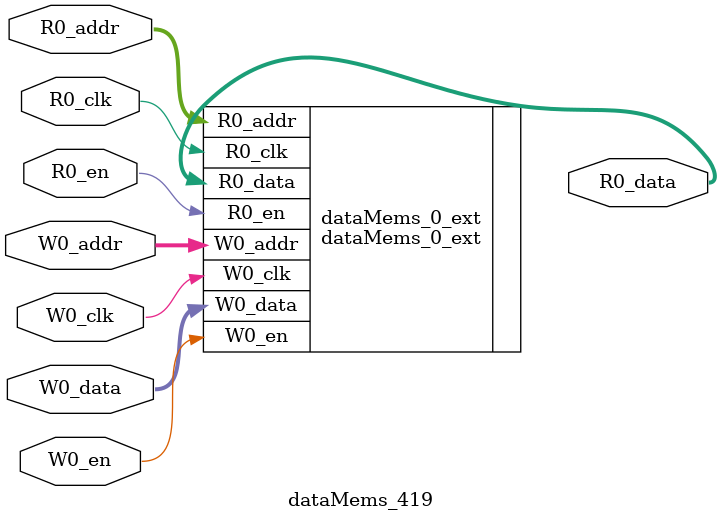
<source format=sv>
`ifndef RANDOMIZE
  `ifdef RANDOMIZE_REG_INIT
    `define RANDOMIZE
  `endif // RANDOMIZE_REG_INIT
`endif // not def RANDOMIZE
`ifndef RANDOMIZE
  `ifdef RANDOMIZE_MEM_INIT
    `define RANDOMIZE
  `endif // RANDOMIZE_MEM_INIT
`endif // not def RANDOMIZE

`ifndef RANDOM
  `define RANDOM $random
`endif // not def RANDOM

// Users can define 'PRINTF_COND' to add an extra gate to prints.
`ifndef PRINTF_COND_
  `ifdef PRINTF_COND
    `define PRINTF_COND_ (`PRINTF_COND)
  `else  // PRINTF_COND
    `define PRINTF_COND_ 1
  `endif // PRINTF_COND
`endif // not def PRINTF_COND_

// Users can define 'ASSERT_VERBOSE_COND' to add an extra gate to assert error printing.
`ifndef ASSERT_VERBOSE_COND_
  `ifdef ASSERT_VERBOSE_COND
    `define ASSERT_VERBOSE_COND_ (`ASSERT_VERBOSE_COND)
  `else  // ASSERT_VERBOSE_COND
    `define ASSERT_VERBOSE_COND_ 1
  `endif // ASSERT_VERBOSE_COND
`endif // not def ASSERT_VERBOSE_COND_

// Users can define 'STOP_COND' to add an extra gate to stop conditions.
`ifndef STOP_COND_
  `ifdef STOP_COND
    `define STOP_COND_ (`STOP_COND)
  `else  // STOP_COND
    `define STOP_COND_ 1
  `endif // STOP_COND
`endif // not def STOP_COND_

// Users can define INIT_RANDOM as general code that gets injected into the
// initializer block for modules with registers.
`ifndef INIT_RANDOM
  `define INIT_RANDOM
`endif // not def INIT_RANDOM

// If using random initialization, you can also define RANDOMIZE_DELAY to
// customize the delay used, otherwise 0.002 is used.
`ifndef RANDOMIZE_DELAY
  `define RANDOMIZE_DELAY 0.002
`endif // not def RANDOMIZE_DELAY

// Define INIT_RANDOM_PROLOG_ for use in our modules below.
`ifndef INIT_RANDOM_PROLOG_
  `ifdef RANDOMIZE
    `ifdef VERILATOR
      `define INIT_RANDOM_PROLOG_ `INIT_RANDOM
    `else  // VERILATOR
      `define INIT_RANDOM_PROLOG_ `INIT_RANDOM #`RANDOMIZE_DELAY begin end
    `endif // VERILATOR
  `else  // RANDOMIZE
    `define INIT_RANDOM_PROLOG_
  `endif // RANDOMIZE
`endif // not def INIT_RANDOM_PROLOG_

// Include register initializers in init blocks unless synthesis is set
`ifndef SYNTHESIS
  `ifndef ENABLE_INITIAL_REG_
    `define ENABLE_INITIAL_REG_
  `endif // not def ENABLE_INITIAL_REG_
`endif // not def SYNTHESIS

// Include rmemory initializers in init blocks unless synthesis is set
`ifndef SYNTHESIS
  `ifndef ENABLE_INITIAL_MEM_
    `define ENABLE_INITIAL_MEM_
  `endif // not def ENABLE_INITIAL_MEM_
`endif // not def SYNTHESIS

module dataMems_419(	// @[generators/ara/src/main/scala/UnsafeAXI4ToTL.scala:365:62]
  input  [4:0]  R0_addr,
  input         R0_en,
  input         R0_clk,
  output [66:0] R0_data,
  input  [4:0]  W0_addr,
  input         W0_en,
  input         W0_clk,
  input  [66:0] W0_data
);

  dataMems_0_ext dataMems_0_ext (	// @[generators/ara/src/main/scala/UnsafeAXI4ToTL.scala:365:62]
    .R0_addr (R0_addr),
    .R0_en   (R0_en),
    .R0_clk  (R0_clk),
    .R0_data (R0_data),
    .W0_addr (W0_addr),
    .W0_en   (W0_en),
    .W0_clk  (W0_clk),
    .W0_data (W0_data)
  );
endmodule


</source>
